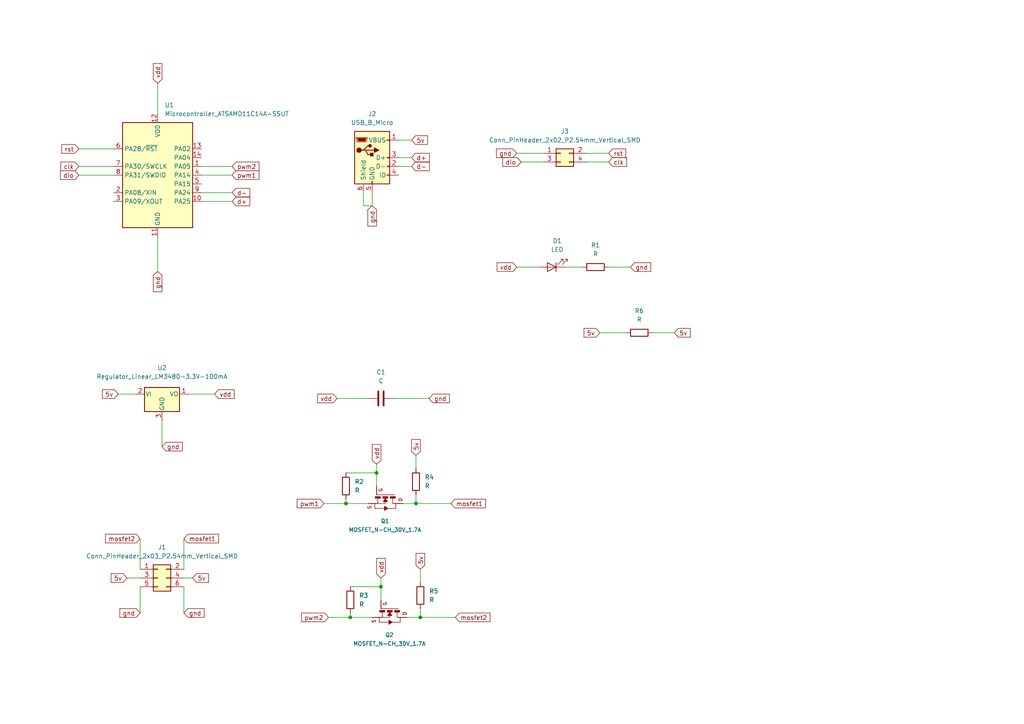
<source format=kicad_sch>
(kicad_sch (version 20211123) (generator eeschema)
  (paper "A4")
  (lib_symbols
    (symbol "Connector:USB_B_Micro" (pin_names (offset 1.016))
      (property "Reference" "J" (at -5.08 11.43 0))
      (property "Value" "USB_B_Micro" (at -5.08 8.89 0))
      (symbol "USB_B_Micro_0_1"
        (rectangle (start -5.08 -7.62) (end 5.08 7.62) (stroke (width 0.254)) (fill (type background)))
        (circle (center -3.81 2.159) (radius 0.635) (stroke (width 0.254)) (fill (type outline)))
        (circle (center -0.635 3.429) (radius 0.381) (stroke (width 0.254)) (fill (type outline)))
        (rectangle (start -0.127 -7.62) (end 0.127 -6.858))
        (polyline (pts (xy -1.905 2.159) (xy 0.635 2.159)) (stroke (width 0.254)))
        (polyline (pts (xy -3.175 2.159) (xy -2.54 2.159) (xy -1.27 3.429) (xy -0.635 3.429)) (stroke (width 0.254)))
        (polyline (pts (xy -2.54 2.159) (xy -1.905 2.159) (xy -1.27 0.889) (xy 0 0.889)) (stroke (width 0.254)))
        (polyline (pts (xy 0.635 2.794) (xy 0.635 1.524) (xy 1.905 2.159) (xy 0.635 2.794)) (stroke (width 0.254)) (fill (type outline)))
        (polyline (pts (xy -4.318 5.588) (xy -1.778 5.588) (xy -2.032 4.826) (xy -4.064 4.826) (xy -4.318 5.588)) (fill (type outline)))
        (polyline (pts (xy -4.699 5.842) (xy -4.699 5.588) (xy -4.445 4.826) (xy -4.445 4.572) (xy -1.651 4.572) (xy -1.651 4.826) (xy -1.397 5.588) (xy -1.397 5.842) (xy -4.699 5.842)))
        (rectangle (start 0.254 1.27) (end -0.508 0.508) (stroke (width 0.254)) (fill (type outline)))
        (rectangle (start 5.08 -5.207) (end 4.318 -4.953))
        (rectangle (start 5.08 -2.667) (end 4.318 -2.413))
        (rectangle (start 5.08 -0.127) (end 4.318 0.127))
        (rectangle (start 5.08 4.953) (end 4.318 5.207))
      )
      (symbol "USB_B_Micro_1_1"
        (pin power_out line (at 7.62 5.08 180) (length 2.54) (name "VBUS") (number "1"))
        (pin bidirectional line (at 7.62 -2.54 180) (length 2.54) (name "D-") (number "2"))
        (pin bidirectional line (at 7.62 0 180) (length 2.54) (name "D+") (number "3"))
        (pin passive line (at 7.62 -5.08 180) (length 2.54) (name "ID") (number "4"))
        (pin power_out line (at 0 -10.16 90) (length 2.54) (name "GND") (number "5"))
        (pin passive line (at -2.54 -10.16 90) (length 2.54) (name "Shield") (number "6"))
      )
    )
    (symbol "fab:C" (pin_numbers hide) (pin_names (offset 0.254))
      (property "Reference" "C" (at 0.635 2.54 0))
      (property "Value" "C" (at 0.635 -2.54 0))
      (symbol "C_0_1"
        (polyline (pts (xy -2.032 -0.762) (xy 2.032 -0.762)) (stroke (width 0.508)))
        (polyline (pts (xy -2.032 0.762) (xy 2.032 0.762)) (stroke (width 0.508)))
      )
      (symbol "C_1_1"
        (pin passive line (at 0 3.81 270) (length 2.794) (name "~") (number "1"))
        (pin passive line (at 0 -3.81 90) (length 2.794) (name "~") (number "2"))
      )
    )
    (symbol "fab:Conn_PinHeader_2x02_P2.54mm_Vertical_SMD" (pin_names (offset 1.016) hide)
      (property "Reference" "J" (at 1.27 2.54 0))
      (property "Value" "Conn_PinHeader_2x02_P2.54mm_Vertical_SMD" (at 1.27 -5.08 0))
      (symbol "Conn_PinHeader_2x02_P2.54mm_Vertical_SMD_1_1"
        (rectangle (start -1.27 -2.413) (end 0 -2.667) (stroke (width 0.1524)))
        (rectangle (start -1.27 0.127) (end 0 -0.127) (stroke (width 0.1524)))
        (rectangle (start -1.27 1.27) (end 3.81 -3.81) (stroke (width 0.254)) (fill (type background)))
        (rectangle (start 3.81 -2.413) (end 2.54 -2.667) (stroke (width 0.1524)))
        (rectangle (start 3.81 0.127) (end 2.54 -0.127) (stroke (width 0.1524)))
        (pin passive line (at -5.08 0 0) (length 3.81) (name "Pin_1") (number "1"))
        (pin passive line (at 7.62 0 180) (length 3.81) (name "Pin_2") (number "2"))
        (pin passive line (at -5.08 -2.54 0) (length 3.81) (name "Pin_3") (number "3"))
        (pin passive line (at 7.62 -2.54 180) (length 3.81) (name "Pin_4") (number "4"))
      )
    )
    (symbol "fab:Conn_PinHeader_2x03_P2.54mm_Vertical_SMD" (pin_names (offset 1.016) hide)
      (property "Reference" "J" (at 1.27 5.08 0))
      (property "Value" "Conn_PinHeader_2x03_P2.54mm_Vertical_SMD" (at 1.27 -5.08 0))
      (symbol "Conn_PinHeader_2x03_P2.54mm_Vertical_SMD_1_1"
        (rectangle (start -1.27 -2.413) (end 0 -2.667) (stroke (width 0.1524)))
        (rectangle (start -1.27 0.127) (end 0 -0.127) (stroke (width 0.1524)))
        (rectangle (start -1.27 2.667) (end 0 2.413) (stroke (width 0.1524)))
        (rectangle (start -1.27 3.81) (end 3.81 -3.81) (stroke (width 0.254)) (fill (type background)))
        (rectangle (start 3.81 -2.413) (end 2.54 -2.667) (stroke (width 0.1524)))
        (rectangle (start 3.81 0.127) (end 2.54 -0.127) (stroke (width 0.1524)))
        (rectangle (start 3.81 2.667) (end 2.54 2.413) (stroke (width 0.1524)))
        (pin passive line (at -5.08 2.54 0) (length 3.81) (name "Pin_1") (number "1"))
        (pin passive line (at 7.62 2.54 180) (length 3.81) (name "Pin_2") (number "2"))
        (pin passive line (at -5.08 0 0) (length 3.81) (name "Pin_3") (number "3"))
        (pin passive line (at 7.62 0 180) (length 3.81) (name "Pin_4") (number "4"))
        (pin passive line (at -5.08 -2.54 0) (length 3.81) (name "Pin_5") (number "5"))
        (pin passive line (at 7.62 -2.54 180) (length 3.81) (name "Pin_6") (number "6"))
      )
    )
    (symbol "fab:LED" (pin_numbers hide) (pin_names (offset 1.016) hide)
      (property "Reference" "D" (at 0 2.54 0))
      (property "Value" "LED" (at 0 -2.54 0))
      (symbol "LED_0_1"
        (polyline (pts (xy -1.27 -1.27) (xy -1.27 1.27)) (stroke (width 0.2032)))
        (polyline (pts (xy -1.27 0) (xy 1.27 0)))
        (polyline (pts (xy 1.27 -1.27) (xy 1.27 1.27) (xy -1.27 0) (xy 1.27 -1.27)) (stroke (width 0.2032)))
        (polyline (pts (xy -3.048 -0.762) (xy -4.572 -2.286) (xy -3.81 -2.286) (xy -4.572 -2.286) (xy -4.572 -1.524)))
        (polyline (pts (xy -1.778 -0.762) (xy -3.302 -2.286) (xy -2.54 -2.286) (xy -3.302 -2.286) (xy -3.302 -1.524)))
      )
      (symbol "LED_1_1"
        (pin passive line (at -3.81 0 0) (length 2.54) (name "K") (number "1"))
        (pin passive line (at 3.81 0 180) (length 2.54) (name "A") (number "2"))
      )
    )
    (symbol "fab:MOSFET_N-CH_30V_1.7A" (pin_numbers hide) (pin_names (offset 1.016) hide)
      (property "Reference" "Q" (at 2.54 2.54 0))
      (property "Value" "MOSFET_N-CH_30V_1.7A" (at 2.54 0 0))
      (symbol "MOSFET_N-CH_30V_1.7A_1_0"
        (polyline (pts (xy -2.54 -2.54) (xy -2.54 2.54)))
        (polyline (pts (xy -1.524 -2.159) (xy 0 -2.159)))
        (polyline (pts (xy -1.524 2.159) (xy 0 2.159)))
        (polyline (pts (xy -0.508 0) (xy 0 0)))
        (polyline (pts (xy 0 -2.159) (xy 0 -2.54)))
        (polyline (pts (xy 0 0) (xy 0 -2.159)))
        (polyline (pts (xy 0 2.159) (xy 0 2.54)))
        (polyline (pts (xy 0 3.048) (xy 1.397 3.048)))
        (polyline (pts (xy 1.397 -3.048) (xy 0 -3.048)))
        (polyline (pts (xy 1.397 -0.254) (xy 1.397 -3.048)))
        (polyline (pts (xy 1.397 3.048) (xy 1.397 0.762)))
        (text "D" (at -1.1176 4.3942 0) (effects (font (size 0.9906 0.9906))))
        (text "G" (at -3.9624 -1.397 0) (effects (font (size 0.9906 0.9906))))
        (text "S" (at 1.1176 -4.572 0) (effects (font (size 0.9906 0.9906))))
      )
      (symbol "MOSFET_N-CH_30V_1.7A_1_1"
        (rectangle (start -2.032 -2.921) (end -1.524 -1.397) (fill (type outline)))
        (rectangle (start -2.032 -0.762) (end -1.524 0.762) (fill (type outline)))
        (rectangle (start -2.032 1.397) (end -1.524 2.921) (fill (type outline)))
        (polyline (pts (xy -1.524 0) (xy -0.508 0.635) (xy -0.508 0.635) (xy -0.508 -0.635) (xy -0.508 -0.635) (xy -1.524 0)) (fill (type outline)))
        (polyline (pts (xy 1.397 0.762) (xy 2.032 -0.254) (xy 2.032 -0.254) (xy 0.762 -0.254) (xy 0.762 -0.254) (xy 1.397 0.762)) (fill (type outline)))
        (pin passive line (at -5.08 -2.54 0) (length 2.54) (name "G") (number "1"))
        (pin passive line (at 0 -5.08 90) (length 2.54) (name "S") (number "2"))
        (pin passive line (at 0 5.08 270) (length 2.54) (name "D") (number "3"))
      )
    )
    (symbol "fab:Microcontroller_ATSAMD11C14A-SSUT"
      (property "Reference" "U" (at -10.16 16.51 0))
      (property "Value" "Microcontroller_ATSAMD11C14A-SSUT" (at 1.27 16.51 0))
      (symbol "Microcontroller_ATSAMD11C14A-SSUT_0_1"
        (rectangle (start -10.16 15.24) (end 10.16 -15.24) (stroke (width 0.254)) (fill (type background)))
      )
      (symbol "Microcontroller_ATSAMD11C14A-SSUT_1_1"
        (pin bidirectional line (at 12.7 2.54 180) (length 2.54) (name "PA05") (number "1"))
        (pin bidirectional line (at 12.7 -7.62 180) (length 2.54) (name "PA25") (number "10"))
        (pin power_in line (at 0 -17.78 90) (length 2.54) (name "GND") (number "11"))
        (pin power_in line (at 0 17.78 270) (length 2.54) (name "VDD") (number "12"))
        (pin bidirectional line (at 12.7 7.62 180) (length 2.54) (name "PA02") (number "13"))
        (pin bidirectional line (at 12.7 5.08 180) (length 2.54) (name "PA04") (number "14"))
        (pin bidirectional line (at -12.7 -5.08 0) (length 2.54) (name "PA08/XIN") (number "2"))
        (pin bidirectional line (at -12.7 -7.62 0) (length 2.54) (name "PA09/XOUT") (number "3"))
        (pin bidirectional line (at 12.7 0 180) (length 2.54) (name "PA14") (number "4"))
        (pin bidirectional line (at 12.7 -2.54 180) (length 2.54) (name "PA15") (number "5"))
        (pin bidirectional line (at -12.7 7.62 0) (length 2.54) (name "PA28/~{RST}") (number "6"))
        (pin bidirectional line (at -12.7 2.54 0) (length 2.54) (name "PA30/SWCLK") (number "7"))
        (pin bidirectional line (at -12.7 0 0) (length 2.54) (name "PA31/SWDIO") (number "8"))
        (pin bidirectional line (at 12.7 -5.08 180) (length 2.54) (name "PA24") (number "9"))
      )
    )
    (symbol "fab:R" (pin_numbers hide) (pin_names (offset 0))
      (property "Reference" "R" (at 2.032 0 90))
      (property "Value" "R" (at 0 0 90))
      (symbol "R_0_1"
        (rectangle (start -1.016 -2.54) (end 1.016 2.54) (stroke (width 0.254)))
      )
      (symbol "R_1_1"
        (pin passive line (at 0 3.81 270) (length 1.27) (name "~") (number "1"))
        (pin passive line (at 0 -3.81 90) (length 1.27) (name "~") (number "2"))
      )
    )
    (symbol "fab:Regulator_Linear_LM3480-3.3V-100mA" (pin_names (offset 0.254))
      (property "Reference" "U" (at -3.81 3.175 0))
      (property "Value" "Regulator_Linear_LM3480-3.3V-100mA" (at 0 3.175 0))
      (symbol "Regulator_Linear_LM3480-3.3V-100mA_0_1"
        (rectangle (start -5.08 1.905) (end 5.08 -5.08) (stroke (width 0.254)) (fill (type background)))
      )
      (symbol "Regulator_Linear_LM3480-3.3V-100mA_1_1"
        (pin power_out line (at 7.62 0 180) (length 2.54) (name "VO") (number "1"))
        (pin power_in line (at -7.62 0 0) (length 2.54) (name "VI") (number "2"))
        (pin power_in line (at 0 -7.62 90) (length 2.54) (name "GND") (number "3"))
      )
    )
  )
  (junction (at 110.49 170.18))
  (junction (at 121.92 179.07))
  (junction (at 120.65 146.05))
  (junction (at 101.6 179.07))
  (junction (at 109.22 137.16))
  (junction (at 100.33 146.05))
  (wire (pts (xy 58.42 50.8) (xy 67.31 50.8)))
  (wire (pts (xy 116.84 146.05) (xy 120.65 146.05)))
  (wire (pts (xy 118.11 179.07) (xy 121.92 179.07)))
  (wire (pts (xy 105.41 55.88) (xy 105.41 59.69)))
  (wire (pts (xy 173.99 96.52) (xy 181.61 96.52)))
  (wire (pts (xy 170.18 44.45) (xy 176.53 44.45)))
  (wire (pts (xy 22.86 48.26) (xy 33.02 48.26)))
  (wire (pts (xy 45.72 24.13) (xy 45.72 33.02)))
  (wire (pts (xy 121.92 176.53) (xy 121.92 179.07)))
  (wire (pts (xy 100.33 137.16) (xy 109.22 137.16)))
  (wire (pts (xy 109.22 134.62) (xy 109.22 137.16)))
  (wire (pts (xy 46.99 121.92) (xy 46.99 129.54)))
  (wire (pts (xy 115.57 48.26) (xy 119.38 48.26)))
  (wire (pts (xy 101.6 177.8) (xy 101.6 179.07)))
  (wire (pts (xy 109.22 137.16) (xy 109.22 140.97)))
  (wire (pts (xy 176.53 77.47) (xy 182.88 77.47)))
  (wire (pts (xy 58.42 55.88) (xy 67.31 55.88)))
  (wire (pts (xy 58.42 48.26) (xy 67.31 48.26)))
  (wire (pts (xy 93.98 146.05) (xy 100.33 146.05)))
  (wire (pts (xy 121.92 179.07) (xy 132.08 179.07)))
  (wire (pts (xy 22.86 50.8) (xy 33.02 50.8)))
  (wire (pts (xy 101.6 179.07) (xy 107.95 179.07)))
  (wire (pts (xy 115.57 45.72) (xy 119.38 45.72)))
  (wire (pts (xy 105.41 59.69) (xy 107.95 59.69)))
  (wire (pts (xy 121.92 165.1) (xy 121.92 168.91)))
  (wire (pts (xy 101.6 170.18) (xy 110.49 170.18)))
  (wire (pts (xy 170.18 46.99) (xy 176.53 46.99)))
  (wire (pts (xy 36.83 167.64) (xy 40.64 167.64)))
  (wire (pts (xy 40.64 156.21) (xy 40.64 165.1)))
  (wire (pts (xy 100.33 146.05) (xy 106.68 146.05)))
  (wire (pts (xy 100.33 144.78) (xy 100.33 146.05)))
  (wire (pts (xy 55.88 167.64) (xy 53.34 167.64)))
  (wire (pts (xy 120.65 132.08) (xy 120.65 135.89)))
  (wire (pts (xy 97.79 115.57) (xy 106.68 115.57)))
  (wire (pts (xy 120.65 143.51) (xy 120.65 146.05)))
  (wire (pts (xy 114.3 115.57) (xy 124.46 115.57)))
  (wire (pts (xy 22.86 43.18) (xy 33.02 43.18)))
  (wire (pts (xy 54.61 114.3) (xy 62.23 114.3)))
  (wire (pts (xy 40.64 177.8) (xy 40.64 170.18)))
  (wire (pts (xy 149.86 44.45) (xy 157.48 44.45)))
  (wire (pts (xy 120.65 146.05) (xy 130.81 146.05)))
  (wire (pts (xy 110.49 167.64) (xy 110.49 170.18)))
  (wire (pts (xy 34.29 114.3) (xy 39.37 114.3)))
  (wire (pts (xy 115.57 40.64) (xy 119.38 40.64)))
  (wire (pts (xy 149.86 77.47) (xy 156.21 77.47)))
  (wire (pts (xy 58.42 58.42) (xy 67.31 58.42)))
  (wire (pts (xy 53.34 177.8) (xy 53.34 170.18)))
  (wire (pts (xy 189.23 96.52) (xy 195.58 96.52)))
  (wire (pts (xy 95.25 179.07) (xy 101.6 179.07)))
  (wire (pts (xy 45.72 68.58) (xy 45.72 78.74)))
  (wire (pts (xy 107.95 55.88) (xy 107.95 59.69)))
  (wire (pts (xy 110.49 170.18) (xy 110.49 173.99)))
  (wire (pts (xy 163.83 77.47) (xy 168.91 77.47)))
  (wire (pts (xy 53.34 156.21) (xy 53.34 165.1)))
  (wire (pts (xy 151.13 46.99) (xy 157.48 46.99)))
  (global_label "d-" (shape input) (at 67.31 55.88 0) (property "Intersheet References" "${INTERSHEET_REFS}" (effects hide)))
  (global_label "gnd" (shape input) (at 149.86 44.45 180) (property "Intersheet References" "${INTERSHEET_REFS}" (effects hide)))
  (global_label "pwm2" (shape input) (at 67.31 48.26 0) (property "Intersheet References" "${INTERSHEET_REFS}" (effects hide)))
  (global_label "gnd" (shape input) (at 45.72 78.74 270) (property "Intersheet References" "${INTERSHEET_REFS}" (effects hide)))
  (global_label "5v" (shape input) (at 195.58 96.52 0) (property "Intersheet References" "${INTERSHEET_REFS}" (effects hide)))
  (global_label "vdd" (shape input) (at 110.49 167.64 90) (property "Intersheet References" "${INTERSHEET_REFS}" (effects hide)))
  (global_label "d+" (shape input) (at 119.38 45.72 0) (property "Intersheet References" "${INTERSHEET_REFS}" (effects hide)))
  (global_label "gnd" (shape input) (at 182.88 77.47 0) (property "Intersheet References" "${INTERSHEET_REFS}" (effects hide)))
  (global_label "rst" (shape input) (at 22.86 43.18 180) (property "Intersheet References" "${INTERSHEET_REFS}" (effects hide)))
  (global_label "5v" (shape input) (at 173.99 96.52 180) (property "Intersheet References" "${INTERSHEET_REFS}" (effects hide)))
  (global_label "5v" (shape input) (at 55.88 167.64 0) (property "Intersheet References" "${INTERSHEET_REFS}" (effects hide)))
  (global_label "gnd" (shape input) (at 46.99 129.54 0) (property "Intersheet References" "${INTERSHEET_REFS}" (effects hide)))
  (global_label "gnd" (shape input) (at 40.64 177.8 180) (property "Intersheet References" "${INTERSHEET_REFS}" (effects hide)))
  (global_label "pwm2" (shape input) (at 95.25 179.07 180) (property "Intersheet References" "${INTERSHEET_REFS}" (effects hide)))
  (global_label "mosfet2" (shape input) (at 132.08 179.07 0) (property "Intersheet References" "${INTERSHEET_REFS}" (effects hide)))
  (global_label "dio" (shape input) (at 22.86 50.8 180) (property "Intersheet References" "${INTERSHEET_REFS}" (effects hide)))
  (global_label "d-" (shape input) (at 119.38 48.26 0) (property "Intersheet References" "${INTERSHEET_REFS}" (effects hide)))
  (global_label "pwm1" (shape input) (at 67.31 50.8 0) (property "Intersheet References" "${INTERSHEET_REFS}" (effects hide)))
  (global_label "vdd" (shape input) (at 149.86 77.47 180) (property "Intersheet References" "${INTERSHEET_REFS}" (effects hide)))
  (global_label "rst" (shape input) (at 176.53 44.45 0) (property "Intersheet References" "${INTERSHEET_REFS}" (effects hide)))
  (global_label "5v" (shape input) (at 34.29 114.3 180) (property "Intersheet References" "${INTERSHEET_REFS}" (effects hide)))
  (global_label "vdd" (shape input) (at 109.22 134.62 90) (property "Intersheet References" "${INTERSHEET_REFS}" (effects hide)))
  (global_label "vdd" (shape input) (at 45.72 24.13 90) (property "Intersheet References" "${INTERSHEET_REFS}" (effects hide)))
  (global_label "gnd" (shape input) (at 124.46 115.57 0) (property "Intersheet References" "${INTERSHEET_REFS}" (effects hide)))
  (global_label "gnd" (shape input) (at 53.34 177.8 0) (property "Intersheet References" "${INTERSHEET_REFS}" (effects hide)))
  (global_label "5v" (shape input) (at 119.38 40.64 0) (property "Intersheet References" "${INTERSHEET_REFS}" (effects hide)))
  (global_label "clk" (shape input) (at 176.53 46.99 0) (property "Intersheet References" "${INTERSHEET_REFS}" (effects hide)))
  (global_label "5v" (shape input) (at 120.65 132.08 90) (property "Intersheet References" "${INTERSHEET_REFS}" (effects hide)))
  (global_label "gnd" (shape input) (at 107.95 59.69 270) (property "Intersheet References" "${INTERSHEET_REFS}" (effects hide)))
  (global_label "vdd" (shape input) (at 97.79 115.57 180) (property "Intersheet References" "${INTERSHEET_REFS}" (effects hide)))
  (global_label "mosfet1" (shape input) (at 130.81 146.05 0) (property "Intersheet References" "${INTERSHEET_REFS}" (effects hide)))
  (global_label "vdd" (shape input) (at 62.23 114.3 0) (property "Intersheet References" "${INTERSHEET_REFS}" (effects hide)))
  (global_label "5v" (shape input) (at 121.92 165.1 90) (property "Intersheet References" "${INTERSHEET_REFS}" (effects hide)))
  (global_label "dio" (shape input) (at 151.13 46.99 180) (property "Intersheet References" "${INTERSHEET_REFS}" (effects hide)))
  (global_label "5v" (shape input) (at 36.83 167.64 180) (property "Intersheet References" "${INTERSHEET_REFS}" (effects hide)))
  (global_label "mosfet2" (shape input) (at 40.64 156.21 180) (property "Intersheet References" "${INTERSHEET_REFS}" (effects hide)))
  (global_label "mosfet1" (shape input) (at 53.34 156.21 0) (property "Intersheet References" "${INTERSHEET_REFS}" (effects hide)))
  (global_label "clk" (shape input) (at 22.86 48.26 180) (property "Intersheet References" "${INTERSHEET_REFS}" (effects hide)))
  (global_label "d+" (shape input) (at 67.31 58.42 0) (property "Intersheet References" "${INTERSHEET_REFS}" (effects hide)))
  (global_label "pwm1" (shape input) (at 93.98 146.05 180) (property "Intersheet References" "${INTERSHEET_REFS}" (effects hide)))
  (symbol (lib_id "fab:R") (at 185.42 96.52 90) (unit 1)
    (property "Reference" "R6" (at 185.42 90.17 90))
    (property "Value" "R" (at 185.42 92.71 90))
    (property "Footprint" "fab:R_1206" (effects hide))
  )
  (symbol (lib_id "fab:R") (at 101.6 173.99 0) (unit 1)
    (property "Reference" "R3" (at 104.14 172.7199 0) (effects (justify left)))
    (property "Value" "R" (at 104.14 175.2599 0) (effects (justify left)))
    (property "Footprint" "fab:R_1206" (effects hide))
  )
  (symbol (lib_id "Connector:USB_B_Micro") (at 107.95 45.72 0) (unit 1)
    (property "Reference" "J2" (at 107.95 33.02 0))
    (property "Value" "USB_B_Micro" (at 107.95 35.56 0))
    (property "Footprint" "Connector_USB:USB_Mini-B_Lumberg_2486_01_Horizontal" (effects hide))
  )
  (symbol (lib_id "fab:R") (at 100.33 140.97 0) (unit 1)
    (property "Reference" "R2" (at 102.87 139.6999 0) (effects (justify left)))
    (property "Value" "R" (at 102.87 142.2399 0) (effects (justify left)))
    (property "Footprint" "fab:R_1206" (effects hide))
  )
  (symbol (lib_id "fab:Conn_PinHeader_2x03_P2.54mm_Vertical_SMD") (at 45.72 167.64 0) (unit 1)
    (property "Reference" "J1" (at 46.99 158.75 0))
    (property "Value" "Conn_PinHeader_2x03_P2.54mm_Vertical_SMD" (at 46.99 161.29 0))
    (property "Footprint" "fab:PinHeader_2x03_P2.54mm_Vertical_SMD" (effects hide))
    (property "Datasheet" "https://cdn.amphenol-icc.com/media/wysiwyg/files/drawing/95278.pdf" (effects hide))
  )
  (symbol (lib_id "fab:C") (at 110.49 115.57 90) (unit 1)
    (property "Reference" "C1" (at 110.49 107.95 90))
    (property "Value" "C" (at 110.49 110.49 90))
    (property "Footprint" "fab:C_1206" (effects hide))
  )
  (symbol (lib_id "fab:MOSFET_N-CH_30V_1.7A") (at 111.76 146.05 270) (unit 1)
    (property "Reference" "Q1" (at 111.671 151.13 90) (effects (font (size 1.143 1.143))))
    (property "Value" "MOSFET_N-CH_30V_1.7A" (at 111.671 153.67 90) (effects (font (size 1.143 1.143))))
    (property "Footprint" "fab:SOT-23" (effects hide))
    (property "Datasheet" "https://www.onsemi.com/pub/Collateral/NDS355AN-D.PDF" (effects hide))
  )
  (symbol (lib_id "fab:R") (at 120.65 139.7 0) (unit 1)
    (property "Reference" "R4" (at 123.19 138.4299 0) (effects (justify left)))
    (property "Value" "R" (at 123.19 140.9699 0) (effects (justify left)))
    (property "Footprint" "fab:R_1206" (effects hide))
  )
  (symbol (lib_id "fab:MOSFET_N-CH_30V_1.7A") (at 113.03 179.07 270) (unit 1)
    (property "Reference" "Q2" (at 112.941 184.15 90) (effects (font (size 1.143 1.143))))
    (property "Value" "MOSFET_N-CH_30V_1.7A" (at 112.941 186.69 90) (effects (font (size 1.143 1.143))))
    (property "Footprint" "fab:SOT-23" (effects hide))
    (property "Datasheet" "https://www.onsemi.com/pub/Collateral/NDS355AN-D.PDF" (effects hide))
  )
  (symbol (lib_id "fab:R") (at 172.72 77.47 90) (unit 1)
    (property "Reference" "R1" (at 172.72 71.12 90))
    (property "Value" "R" (at 172.72 73.66 90))
    (property "Footprint" "fab:R_1206" (effects hide))
  )
  (symbol (lib_id "fab:Conn_PinHeader_2x02_P2.54mm_Vertical_SMD") (at 162.56 44.45 0) (unit 1)
    (property "Reference" "J3" (at 163.83 38.1 0))
    (property "Value" "Conn_PinHeader_2x02_P2.54mm_Vertical_SMD" (at 163.83 40.64 0))
    (property "Footprint" "fab:PinHeader_2x02_P2.54mm_Vertical_SMD" (effects hide))
    (property "Datasheet" "https://cdn.amphenol-icc.com/media/wysiwyg/files/drawing/95278.pdf" (effects hide))
  )
  (symbol (lib_id "fab:Regulator_Linear_LM3480-3.3V-100mA") (at 46.99 114.3 0) (unit 1)
    (property "Reference" "U2" (at 46.99 106.68 0))
    (property "Value" "Regulator_Linear_LM3480-3.3V-100mA" (at 46.99 109.22 0))
    (property "Footprint" "fab:SOT-23" (effects hide))
    (property "Datasheet" "https://www.ti.com/lit/ds/symlink/lm3480.pdf" (effects hide))
  )
  (symbol (lib_id "fab:LED") (at 160.02 77.47 180) (unit 1)
    (property "Reference" "D1" (at 161.6202 69.85 0))
    (property "Value" "LED" (at 161.6202 72.39 0))
    (property "Footprint" "fab:LED_1206" (effects hide))
    (property "Datasheet" "https://optoelectronics.liteon.com/upload/download/DS-22-98-0002/LTST-C150CKT.pdf" (effects hide))
  )
  (symbol (lib_id "fab:Microcontroller_ATSAMD11C14A-SSUT") (at 45.72 50.8 0) (unit 1)
    (property "Reference" "U1" (at 47.7394 30.48 0) (effects (justify left)))
    (property "Value" "Microcontroller_ATSAMD11C14A-SSUT" (at 47.7394 33.02 0) (effects (justify left)))
    (property "Footprint" "fab:SOIC-14_3.9x8.7mm_P1.27mm" (effects hide))
    (property "Datasheet" "https://ww1.microchip.com/downloads/en/DeviceDoc/Atmel-42363-SAM-D11_Datasheet.pdf" (effects hide))
  )
  (symbol (lib_id "fab:R") (at 121.92 172.72 0) (unit 1)
    (property "Reference" "R5" (at 124.46 171.4499 0) (effects (justify left)))
    (property "Value" "R" (at 124.46 173.9899 0) (effects (justify left)))
    (property "Footprint" "fab:R_1206" (effects hide))
  )
)
</source>
